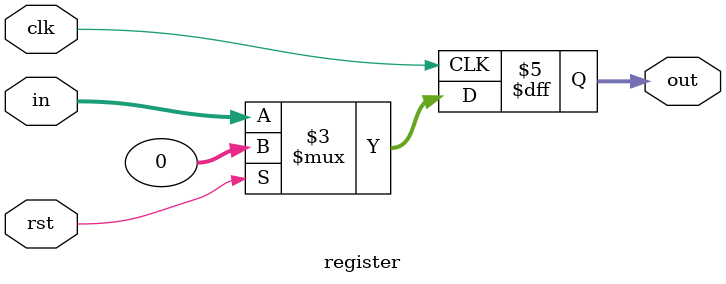
<source format=sv>
module register#(
    parameter WIDTH = 32
)(
    input logic             clk,   
    input logic             rst,   
    input logic [WIDTH-1:0] in,      
    output logic [WIDTH-1:0] out

);

always_ff @(posedge clk) begin
    if(rst) out <= {WIDTH{1'b0}};
    else out <= in;
end

endmodule
</source>
